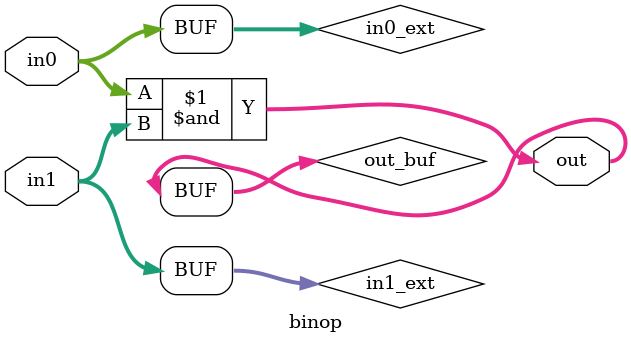
<source format=v>
`timescale 1ns / 1ps


module binop #(
    parameter BW_INPUT0 = 32,
    parameter BW_INPUT1 = 32,
    parameter SIGNED0 = 0,
    parameter SIGNED1 = 0,
    parameter BW_OUT = 32,
    parameter SHIFT1 = 0,
    parameter OP = 0
) (
    input [BW_INPUT0-1:0] in0,
    input [BW_INPUT1-1:0] in1,
    output [BW_OUT-1:0] out
);

  localparam IN0_NEED_BITS = (SHIFT1 < 0) ? BW_INPUT0 - SHIFT1 : BW_INPUT0;
  localparam IN1_NEED_BITS = (SHIFT1 > 0) ? BW_INPUT1 + SHIFT1 : BW_INPUT1;
  localparam EXTRA_PAD = (SIGNED0 != SIGNED1) ? 1 : 0;
  localparam BW_OUT_TMP = (IN0_NEED_BITS > IN1_NEED_BITS) ? IN0_NEED_BITS + EXTRA_PAD: IN1_NEED_BITS + EXTRA_PAD;
  localparam IN0_PAD_LEFT = (SHIFT1 < 0) ? BW_OUT_TMP - BW_INPUT0 + SHIFT1 : BW_OUT_TMP - BW_INPUT0;
  localparam IN0_PAD_RIGHT = (SHIFT1 < 0) ? -SHIFT1 : 0;
  localparam IN1_PAD_LEFT = (SHIFT1 > 0) ? BW_OUT_TMP - BW_INPUT1 - SHIFT1 : BW_OUT_TMP - BW_INPUT1;
  localparam IN1_PAD_RIGHT = (SHIFT1 > 0) ? SHIFT1 : 0;

  wire [BW_OUT_TMP-1:0] in0_ext;
  wire [BW_OUT_TMP-1:0] in1_ext;

  // verilator lint_off UNUSEDSIGNAL
  wire [BW_OUT_TMP-1:0] out_buf;
  // verilator lint_on UNUSEDSIGNAL

  generate
    if (SIGNED0 == 1) begin : in0_is_signed
      assign in0_ext = {{IN0_PAD_LEFT{in0[BW_INPUT0-1]}}, in0, {IN0_PAD_RIGHT{1'b0}}};
    end else begin : in0_is_unsigned
      assign in0_ext = {{IN0_PAD_LEFT{1'b0}}, in0, {IN0_PAD_RIGHT{1'b0}}};
    end
  endgenerate

  generate
    if (SIGNED1 == 1) begin : in1_is_signed
      assign in1_ext = {{IN1_PAD_LEFT{in1[BW_INPUT1-1]}}, in1, {IN1_PAD_RIGHT{1'b0}}};
    end else begin : in1_is_unsigned
      assign in1_ext = {{IN1_PAD_LEFT{1'b0}}, in1, {IN1_PAD_RIGHT{1'b0}}};
    end
  endgenerate

  generate // AND, OR, XOR
    if (OP == 0) begin : is_and
      assign out_buf = in0_ext & in1_ext;
    end else if (OP == 1) begin : is_or
      assign out_buf = in0_ext | in1_ext;
    end else if (OP == 2) begin : is_xor
      assign out_buf = in0_ext ^ in1_ext;
    end
  endgenerate
  assign out = out_buf[BW_OUT-1:0];

endmodule

</source>
